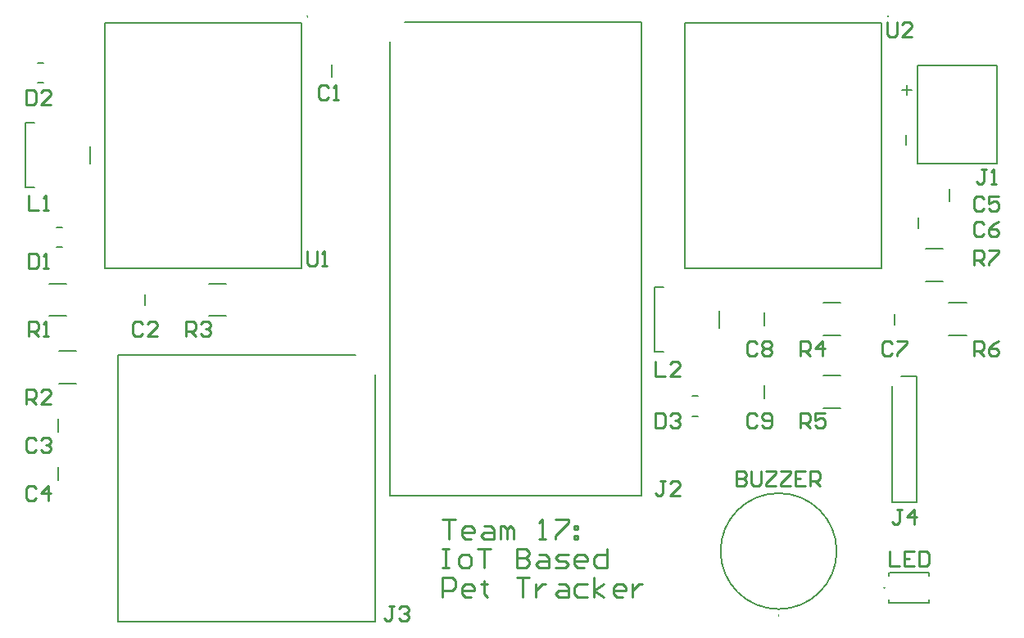
<source format=gto>
G04*
G04 #@! TF.GenerationSoftware,Altium Limited,Altium Designer,22.8.2 (66)*
G04*
G04 Layer_Color=65535*
%FSLAX44Y44*%
%MOMM*%
G71*
G04*
G04 #@! TF.SameCoordinates,AD83E0BB-F914-43FB-B5B6-00057FB2F5A7*
G04*
G04*
G04 #@! TF.FilePolarity,Positive*
G04*
G01*
G75*
%ADD10C,0.2000*%
%ADD11C,0.2540*%
D10*
X904500Y42000D02*
G03*
X903500Y42000I-500J0D01*
G01*
D02*
G03*
X904500Y42000I500J0D01*
G01*
X795000Y13900D02*
G03*
X795000Y12900I0J-500D01*
G01*
D02*
G03*
X795000Y13900I0J500D01*
G01*
X855000Y79900D02*
G03*
X735000Y79900I-60000J0D01*
G01*
D02*
G03*
X855000Y79900I60000J0D01*
G01*
X308000Y632700D02*
G03*
X308000Y633700I0J500D01*
G01*
D02*
G03*
X308000Y632700I0J-500D01*
G01*
X908000Y633700D02*
G03*
X908000Y632700I0J-500D01*
G01*
D02*
G03*
X908000Y633700I0J500D01*
G01*
X938746Y582324D02*
X1020746D01*
X938746Y480724D02*
Y582324D01*
Y480724D02*
X1020746D01*
Y582324D01*
X922746Y557524D02*
X932746D01*
X927746Y552524D02*
Y562524D01*
X926746Y500524D02*
Y510524D01*
X971560Y442130D02*
Y454830D01*
X939810Y414278D02*
Y425278D01*
X946812Y392636D02*
X964812D01*
X946812Y359036D02*
X964812D01*
X909500Y58000D02*
X950300D01*
Y54000D02*
Y58000D01*
Y26000D02*
Y30000D01*
X909300Y26000D02*
X950100D01*
X909300Y54000D02*
Y58000D01*
Y26000D02*
Y30000D01*
X378000Y6700D02*
Y262700D01*
X112000Y282700D02*
X358000D01*
X112000Y6700D02*
X378000D01*
X112000D02*
Y282700D01*
X98400Y373000D02*
X301600D01*
Y627000D01*
X98400D02*
X301600D01*
X98400Y373000D02*
Y627000D01*
X698400Y373000D02*
Y627000D01*
X901600D01*
Y373000D02*
Y627000D01*
X698400Y373000D02*
X901600D01*
X653400Y137600D02*
Y627600D01*
X408400Y627600D02*
X653400Y627600D01*
X393400Y607600D02*
X393400Y137600D01*
X653400D01*
X912300Y130150D02*
X937700D01*
Y260400D01*
X912300Y130150D02*
Y250400D01*
X922000Y260650D02*
X937700D01*
X971000Y303200D02*
X989000D01*
X971000Y336800D02*
X989000D01*
X915000Y314500D02*
Y325500D01*
X666500Y286500D02*
X676000D01*
X666500D02*
Y353500D01*
X676000D01*
X733500Y311000D02*
Y329000D01*
X706100Y219750D02*
X711793D01*
X706100Y240250D02*
X711793D01*
X780000Y313000D02*
Y327000D01*
Y238000D02*
Y252000D01*
X333400Y570740D02*
Y583440D01*
X841000Y336800D02*
X859000D01*
X841000Y303200D02*
X859000D01*
X140000Y334500D02*
Y345500D01*
X841000Y228200D02*
X859000D01*
X841000Y261800D02*
X859000D01*
X50000Y203000D02*
Y217000D01*
X51000Y253200D02*
X69000D01*
X51000Y286800D02*
X69000D01*
X49100Y394750D02*
X54793D01*
X49100Y415250D02*
X54793D01*
X29100Y564750D02*
X34793D01*
X29100Y585250D02*
X34793D01*
X16500Y456500D02*
X26000D01*
X16500D02*
Y523500D01*
X26000D01*
X83500Y481000D02*
Y499000D01*
X50000Y153000D02*
Y167000D01*
X206000Y323200D02*
X224000D01*
X206000Y356800D02*
X224000D01*
X41000D02*
X59000D01*
X41000Y323200D02*
X59000D01*
D11*
X447540Y112710D02*
X460869D01*
X454204D01*
Y92717D01*
X477530D02*
X470866D01*
X467534Y96049D01*
Y102713D01*
X470866Y106046D01*
X477530D01*
X480863Y102713D01*
Y99381D01*
X467534D01*
X490859Y106046D02*
X497524D01*
X500856Y102713D01*
Y92717D01*
X490859D01*
X487527Y96049D01*
X490859Y99381D01*
X500856D01*
X507521Y92717D02*
Y106046D01*
X510853D01*
X514185Y102713D01*
Y92717D01*
Y102713D01*
X517518Y106046D01*
X520850Y102713D01*
Y92717D01*
X547508D02*
X554172D01*
X550840D01*
Y112710D01*
X547508Y109378D01*
X564169Y112710D02*
X577498D01*
Y109378D01*
X564169Y96049D01*
Y92717D01*
X584163Y106046D02*
X587495D01*
Y102713D01*
X584163D01*
Y106046D01*
Y96049D02*
X587495D01*
Y92717D01*
X584163D01*
Y96049D01*
X447540Y82622D02*
X454204D01*
X450872D01*
Y62628D01*
X447540D01*
X454204D01*
X467533D02*
X474198D01*
X477530Y65960D01*
Y72625D01*
X474198Y75957D01*
X467533D01*
X464201Y72625D01*
Y65960D01*
X467533Y62628D01*
X484195Y82622D02*
X497524D01*
X490859D01*
Y62628D01*
X524182Y82622D02*
Y62628D01*
X534179D01*
X537511Y65960D01*
Y69293D01*
X534179Y72625D01*
X524182D01*
X534179D01*
X537511Y75957D01*
Y79290D01*
X534179Y82622D01*
X524182D01*
X547508Y75957D02*
X554172D01*
X557505Y72625D01*
Y62628D01*
X547508D01*
X544175Y65960D01*
X547508Y69293D01*
X557505D01*
X564169Y62628D02*
X574166D01*
X577498Y65960D01*
X574166Y69293D01*
X567501D01*
X564169Y72625D01*
X567501Y75957D01*
X577498D01*
X594159Y62628D02*
X587495D01*
X584163Y65960D01*
Y72625D01*
X587495Y75957D01*
X594159D01*
X597492Y72625D01*
Y69293D01*
X584163D01*
X617485Y82622D02*
Y62628D01*
X607488D01*
X604156Y65960D01*
Y72625D01*
X607488Y75957D01*
X617485D01*
X447540Y32540D02*
Y52534D01*
X457537D01*
X460869Y49201D01*
Y42537D01*
X457537Y39204D01*
X447540D01*
X477530Y32540D02*
X470866D01*
X467534Y35872D01*
Y42537D01*
X470866Y45869D01*
X477530D01*
X480863Y42537D01*
Y39204D01*
X467534D01*
X490859Y49201D02*
Y45869D01*
X487527D01*
X494192D01*
X490859D01*
Y35872D01*
X494192Y32540D01*
X524182Y52534D02*
X537511D01*
X530846D01*
Y32540D01*
X544175Y45869D02*
Y32540D01*
Y39204D01*
X547508Y42537D01*
X550840Y45869D01*
X554172D01*
X567501D02*
X574166D01*
X577498Y42537D01*
Y32540D01*
X567501D01*
X564169Y35872D01*
X567501Y39204D01*
X577498D01*
X597492Y45869D02*
X587495D01*
X584163Y42537D01*
Y35872D01*
X587495Y32540D01*
X597492D01*
X604156D02*
Y52534D01*
Y39204D02*
X614153Y45869D01*
X604156Y39204D02*
X614153Y32540D01*
X634146D02*
X627482D01*
X624150Y35872D01*
Y42537D01*
X627482Y45869D01*
X634146D01*
X637479Y42537D01*
Y39204D01*
X624150D01*
X644143Y45869D02*
Y32540D01*
Y39204D01*
X647476Y42537D01*
X650808Y45869D01*
X654140D01*
X1007461Y417998D02*
X1004922Y420537D01*
X999843D01*
X997304Y417998D01*
Y407842D01*
X999843Y405303D01*
X1004922D01*
X1007461Y407842D01*
X1022696Y420537D02*
X1017617Y417998D01*
X1012539Y412920D01*
Y407842D01*
X1015078Y405303D01*
X1020157D01*
X1022696Y407842D01*
Y410381D01*
X1020157Y412920D01*
X1012539D01*
X909687Y79618D02*
Y64383D01*
X919843D01*
X935078Y79618D02*
X924922D01*
Y64383D01*
X935078D01*
X924922Y72000D02*
X930000D01*
X940157Y79618D02*
Y64383D01*
X947774D01*
X950313Y66922D01*
Y77078D01*
X947774Y79618D01*
X940157D01*
X907304Y627617D02*
Y614922D01*
X909843Y612383D01*
X914922D01*
X917461Y614922D01*
Y627617D01*
X932696Y612383D02*
X922539D01*
X932696Y622539D01*
Y625078D01*
X930157Y627617D01*
X925078D01*
X922539Y625078D01*
X308003Y390397D02*
Y377702D01*
X310543Y375162D01*
X315621D01*
X318160Y377702D01*
Y390397D01*
X323238Y375162D02*
X328317D01*
X325778D01*
Y390397D01*
X323238Y387858D01*
X997304Y376347D02*
Y391581D01*
X1004922D01*
X1007461Y389042D01*
Y383964D01*
X1004922Y381425D01*
X997304D01*
X1002383D02*
X1007461Y376347D01*
X1012539Y391581D02*
X1022696D01*
Y389042D01*
X1012539Y378886D01*
Y376347D01*
X997304Y282383D02*
Y297617D01*
X1004922D01*
X1007461Y295078D01*
Y290000D01*
X1004922Y287461D01*
X997304D01*
X1002383D02*
X1007461Y282383D01*
X1022696Y297617D02*
X1017617Y295078D01*
X1012539Y290000D01*
Y284922D01*
X1015078Y282383D01*
X1020157D01*
X1022696Y284922D01*
Y287461D01*
X1020157Y290000D01*
X1012539D01*
X817304Y207383D02*
Y222617D01*
X824922D01*
X827461Y220078D01*
Y215000D01*
X824922Y212461D01*
X817304D01*
X822383D02*
X827461Y207383D01*
X842696Y222617D02*
X832539D01*
Y215000D01*
X837617Y217539D01*
X840157D01*
X842696Y215000D01*
Y209922D01*
X840157Y207383D01*
X835078D01*
X832539Y209922D01*
X817304Y282383D02*
Y297617D01*
X824922D01*
X827461Y295078D01*
Y290000D01*
X824922Y287461D01*
X817304D01*
X822383D02*
X827461Y282383D01*
X840157D02*
Y297617D01*
X832539Y290000D01*
X842696D01*
X182304Y302383D02*
Y317617D01*
X189922D01*
X192461Y315078D01*
Y310000D01*
X189922Y307461D01*
X182304D01*
X187383D02*
X192461Y302383D01*
X197539Y315078D02*
X200078Y317617D01*
X205157D01*
X207696Y315078D01*
Y312539D01*
X205157Y310000D01*
X202617D01*
X205157D01*
X207696Y307461D01*
Y304922D01*
X205157Y302383D01*
X200078D01*
X197539Y304922D01*
X17304Y232383D02*
Y247617D01*
X24922D01*
X27461Y245078D01*
Y240000D01*
X24922Y237461D01*
X17304D01*
X22383D02*
X27461Y232383D01*
X42696D02*
X32539D01*
X42696Y242539D01*
Y245078D01*
X40157Y247617D01*
X35078D01*
X32539Y245078D01*
X19843Y302383D02*
Y317617D01*
X27461D01*
X30000Y315078D01*
Y310000D01*
X27461Y307461D01*
X19843D01*
X24922D02*
X30000Y302383D01*
X35078D02*
X40157D01*
X37618D01*
Y317617D01*
X35078Y315078D01*
X667304Y276117D02*
Y260882D01*
X677461D01*
X692696D02*
X682539D01*
X692696Y271039D01*
Y273578D01*
X690157Y276117D01*
X685078D01*
X682539Y273578D01*
X19843Y447617D02*
Y432383D01*
X30000D01*
X35078D02*
X40157D01*
X37618D01*
Y447617D01*
X35078Y445078D01*
X922461Y122618D02*
X917383D01*
X919922D01*
Y109922D01*
X917383Y107382D01*
X914843D01*
X912304Y109922D01*
X935157Y107382D02*
Y122618D01*
X927539Y115000D01*
X937696D01*
X397461Y22617D02*
X392383D01*
X394922D01*
Y9922D01*
X392383Y7383D01*
X389843D01*
X387304Y9922D01*
X402539Y20078D02*
X405078Y22617D01*
X410157D01*
X412696Y20078D01*
Y17539D01*
X410157Y15000D01*
X407617D01*
X410157D01*
X412696Y12461D01*
Y9922D01*
X410157Y7383D01*
X405078D01*
X402539Y9922D01*
X677461Y152618D02*
X672383D01*
X674922D01*
Y139922D01*
X672383Y137382D01*
X669843D01*
X667304Y139922D01*
X692696Y137382D02*
X682539D01*
X692696Y147539D01*
Y150078D01*
X690157Y152618D01*
X685078D01*
X682539Y150078D01*
X1010000Y474893D02*
X1004922D01*
X1007461D01*
Y462198D01*
X1004922Y459659D01*
X1002383D01*
X999843Y462198D01*
X1015078Y459659D02*
X1020157D01*
X1017617D01*
Y474893D01*
X1015078Y472354D01*
X667304Y222617D02*
Y207383D01*
X674922D01*
X677461Y209922D01*
Y220078D01*
X674922Y222617D01*
X667304D01*
X682539Y220078D02*
X685078Y222617D01*
X690157D01*
X692696Y220078D01*
Y217539D01*
X690157Y215000D01*
X687617D01*
X690157D01*
X692696Y212461D01*
Y209922D01*
X690157Y207383D01*
X685078D01*
X682539Y209922D01*
X17304Y557617D02*
Y542383D01*
X24922D01*
X27461Y544922D01*
Y555078D01*
X24922Y557617D01*
X17304D01*
X42696Y542383D02*
X32539D01*
X42696Y552539D01*
Y555078D01*
X40157Y557617D01*
X35078D01*
X32539Y555078D01*
X19843Y387617D02*
Y372383D01*
X27461D01*
X30000Y374922D01*
Y385078D01*
X27461Y387617D01*
X19843D01*
X35078Y372383D02*
X40157D01*
X37618D01*
Y387617D01*
X35078Y385078D01*
X772461Y220078D02*
X769922Y222617D01*
X764843D01*
X762304Y220078D01*
Y209922D01*
X764843Y207383D01*
X769922D01*
X772461Y209922D01*
X777539D02*
X780078Y207383D01*
X785157D01*
X787696Y209922D01*
Y220078D01*
X785157Y222617D01*
X780078D01*
X777539Y220078D01*
Y217539D01*
X780078Y215000D01*
X787696D01*
X912461Y295078D02*
X909922Y297617D01*
X904843D01*
X902304Y295078D01*
Y284922D01*
X904843Y282383D01*
X909922D01*
X912461Y284922D01*
X917539Y297617D02*
X927696D01*
Y295078D01*
X917539Y284922D01*
Y282383D01*
X772461Y295078D02*
X769922Y297617D01*
X764843D01*
X762304Y295078D01*
Y284922D01*
X764843Y282383D01*
X769922D01*
X772461Y284922D01*
X777539Y295078D02*
X780078Y297617D01*
X785157D01*
X787696Y295078D01*
Y292539D01*
X785157Y290000D01*
X787696Y287461D01*
Y284922D01*
X785157Y282383D01*
X780078D01*
X777539Y284922D01*
Y287461D01*
X780078Y290000D01*
X777539Y292539D01*
Y295078D01*
X780078Y290000D02*
X785157D01*
X1007461Y444414D02*
X1004922Y446954D01*
X999843D01*
X997304Y444414D01*
Y434258D01*
X999843Y431718D01*
X1004922D01*
X1007461Y434258D01*
X1022696Y446954D02*
X1012539D01*
Y439336D01*
X1017617Y441875D01*
X1020157D01*
X1022696Y439336D01*
Y434258D01*
X1020157Y431718D01*
X1015078D01*
X1012539Y434258D01*
X27461Y145078D02*
X24922Y147618D01*
X19843D01*
X17304Y145078D01*
Y134922D01*
X19843Y132382D01*
X24922D01*
X27461Y134922D01*
X40157Y132382D02*
Y147618D01*
X32539Y140000D01*
X42696D01*
X137461Y315078D02*
X134922Y317617D01*
X129843D01*
X127304Y315078D01*
Y304922D01*
X129843Y302383D01*
X134922D01*
X137461Y304922D01*
X152696Y302383D02*
X142539D01*
X152696Y312539D01*
Y315078D01*
X150157Y317617D01*
X145078D01*
X142539Y315078D01*
X27461Y195078D02*
X24922Y197617D01*
X19843D01*
X17304Y195078D01*
Y184922D01*
X19843Y182383D01*
X24922D01*
X27461Y184922D01*
X32539Y195078D02*
X35078Y197617D01*
X40157D01*
X42696Y195078D01*
Y192539D01*
X40157Y190000D01*
X37617D01*
X40157D01*
X42696Y187461D01*
Y184922D01*
X40157Y182383D01*
X35078D01*
X32539Y184922D01*
X330000Y560078D02*
X327461Y562617D01*
X322383D01*
X319843Y560078D01*
Y549922D01*
X322383Y547383D01*
X327461D01*
X330000Y549922D01*
X335078Y547383D02*
X340157D01*
X337618D01*
Y562617D01*
X335078Y560078D01*
X751834Y162617D02*
Y147382D01*
X759452D01*
X761991Y149922D01*
Y152461D01*
X759452Y155000D01*
X751834D01*
X759452D01*
X761991Y157539D01*
Y160078D01*
X759452Y162617D01*
X751834D01*
X767069D02*
Y149922D01*
X769608Y147382D01*
X774687D01*
X777226Y149922D01*
Y162617D01*
X782304D02*
X792461D01*
Y160078D01*
X782304Y149922D01*
Y147382D01*
X792461D01*
X797539Y162617D02*
X807696D01*
Y160078D01*
X797539Y149922D01*
Y147382D01*
X807696D01*
X822931Y162617D02*
X812774D01*
Y147382D01*
X822931D01*
X812774Y155000D02*
X817853D01*
X828009Y147382D02*
Y162617D01*
X835627D01*
X838166Y160078D01*
Y155000D01*
X835627Y152461D01*
X828009D01*
X833088D02*
X838166Y147382D01*
M02*

</source>
